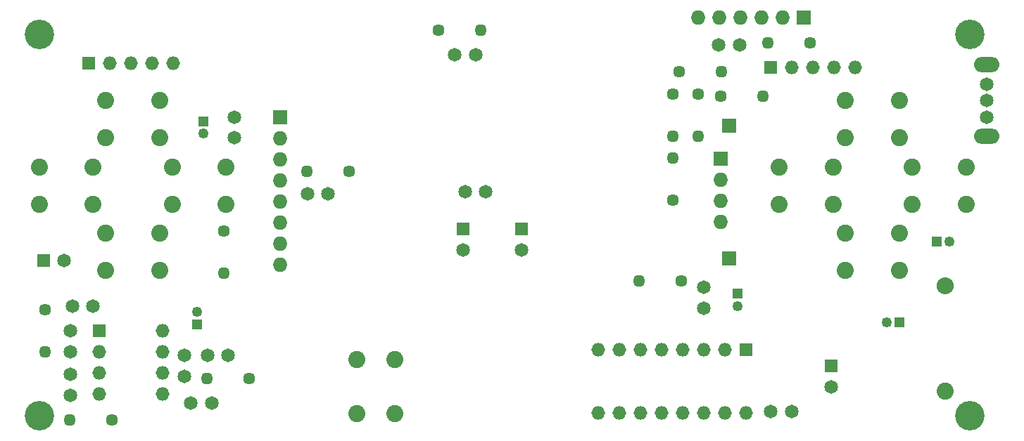
<source format=gbr>
G04 #@! TF.FileFunction,Soldermask,Bot*
%FSLAX46Y46*%
G04 Gerber Fmt 4.6, Leading zero omitted, Abs format (unit mm)*
G04 Created by KiCad (PCBNEW 4.0.4-snap1-stable) date Wed Jun 19 19:26:08 2019*
%MOMM*%
%LPD*%
G01*
G04 APERTURE LIST*
%ADD10C,0.150000*%
%ADD11R,1.650000X1.650000*%
%ADD12C,1.650000*%
%ADD13R,1.750000X1.750000*%
%ADD14O,1.750000X1.750000*%
%ADD15R,1.250000X1.250000*%
%ADD16C,1.250000*%
%ADD17C,2.050000*%
%ADD18O,2.050000X2.050000*%
%ADD19O,3.050000X1.850000*%
%ADD20C,1.450000*%
%ADD21O,1.450000X1.450000*%
%ADD22O,1.650000X1.650000*%
%ADD23C,3.550000*%
G04 APERTURE END LIST*
D10*
D11*
X145000000Y-96500000D03*
D12*
X145000000Y-99000000D03*
X111500000Y-111750000D03*
X111500000Y-114250000D03*
D13*
X177000000Y-84000000D03*
X177000000Y-100000000D03*
X186000000Y-71000000D03*
D14*
X183460000Y-71000000D03*
X180920000Y-71000000D03*
X178380000Y-71000000D03*
X175840000Y-71000000D03*
X173300000Y-71000000D03*
D11*
X152000000Y-96500000D03*
D12*
X152000000Y-99000000D03*
D15*
X197500000Y-107750000D03*
D16*
X196000000Y-107750000D03*
D12*
X145250000Y-92000000D03*
X147750000Y-92000000D03*
D15*
X202000000Y-98000000D03*
D16*
X203500000Y-98000000D03*
D17*
X203000000Y-116000000D03*
D18*
X203000000Y-103300000D03*
D19*
X208000000Y-85300000D03*
X208000000Y-76700000D03*
D12*
X208000000Y-83000000D03*
X208000000Y-79000000D03*
X208000000Y-81000000D03*
D20*
X186750000Y-74000000D03*
D21*
X181670000Y-74000000D03*
D12*
X178250000Y-74250000D03*
X175750000Y-74250000D03*
D20*
X171000000Y-77500000D03*
D21*
X176080000Y-77500000D03*
D20*
X176000000Y-80500000D03*
D21*
X181080000Y-80500000D03*
D20*
X142000000Y-72500000D03*
D21*
X147080000Y-72500000D03*
D11*
X189250000Y-113000000D03*
D12*
X189250000Y-115500000D03*
X117500000Y-85500000D03*
X117500000Y-83000000D03*
D20*
X170250000Y-93000000D03*
D21*
X170250000Y-87920000D03*
D20*
X173250000Y-80250000D03*
D21*
X173250000Y-85330000D03*
D20*
X170250000Y-80250000D03*
D21*
X170250000Y-85330000D03*
D12*
X144000000Y-75500000D03*
X146500000Y-75500000D03*
D15*
X178000000Y-104250000D03*
D16*
X178000000Y-105750000D03*
D12*
X174000000Y-106000000D03*
X174000000Y-103500000D03*
D20*
X171250000Y-102750000D03*
D21*
X166170000Y-102750000D03*
D12*
X97750000Y-108750000D03*
X97750000Y-111250000D03*
D20*
X94750000Y-106250000D03*
D21*
X94750000Y-111330000D03*
D11*
X94500000Y-100250000D03*
D12*
X97000000Y-100250000D03*
X98000000Y-105750000D03*
X100500000Y-105750000D03*
X97750000Y-114000000D03*
X97750000Y-116500000D03*
D20*
X102750000Y-119500000D03*
D21*
X97670000Y-119500000D03*
D12*
X114750000Y-117500000D03*
X112250000Y-117500000D03*
D20*
X119250000Y-114500000D03*
D21*
X114170000Y-114500000D03*
D12*
X114250000Y-111750000D03*
X116750000Y-111750000D03*
D15*
X113000000Y-108000000D03*
D16*
X113000000Y-106500000D03*
D11*
X101250000Y-108750000D03*
D22*
X108870000Y-116370000D03*
X101250000Y-111290000D03*
X108870000Y-113830000D03*
X101250000Y-113830000D03*
X108870000Y-111290000D03*
X101250000Y-116370000D03*
X108870000Y-108750000D03*
D13*
X176000000Y-88000000D03*
D14*
X176000000Y-90540000D03*
X176000000Y-93080000D03*
X176000000Y-95620000D03*
D11*
X100000000Y-76500000D03*
D22*
X102540000Y-76500000D03*
X105080000Y-76500000D03*
X107620000Y-76500000D03*
X110160000Y-76500000D03*
D11*
X182000000Y-77000000D03*
D22*
X184540000Y-77000000D03*
X187080000Y-77000000D03*
X189620000Y-77000000D03*
X192160000Y-77000000D03*
D17*
X102000000Y-85500000D03*
X102000000Y-81000000D03*
X108500000Y-85500000D03*
X108500000Y-81000000D03*
X110000000Y-93500000D03*
X110000000Y-89000000D03*
X116500000Y-93500000D03*
X116500000Y-89000000D03*
X94000000Y-93500000D03*
X94000000Y-89000000D03*
X100500000Y-93500000D03*
X100500000Y-89000000D03*
X102000000Y-101500000D03*
X102000000Y-97000000D03*
X108500000Y-101500000D03*
X108500000Y-97000000D03*
X191000000Y-101500000D03*
X191000000Y-97000000D03*
X197500000Y-101500000D03*
X197500000Y-97000000D03*
X199000000Y-93500000D03*
X199000000Y-89000000D03*
X205500000Y-93500000D03*
X205500000Y-89000000D03*
X191000000Y-85500000D03*
X191000000Y-81000000D03*
X197500000Y-85500000D03*
X197500000Y-81000000D03*
X183000000Y-93500000D03*
X183000000Y-89000000D03*
X189500000Y-93500000D03*
X189500000Y-89000000D03*
X136750000Y-118750000D03*
X132250000Y-118750000D03*
X136750000Y-112250000D03*
X132250000Y-112250000D03*
D12*
X184500000Y-118500000D03*
X182000000Y-118500000D03*
D11*
X179000000Y-111000000D03*
D22*
X161220000Y-118620000D03*
X176460000Y-111000000D03*
X163760000Y-118620000D03*
X173920000Y-111000000D03*
X166300000Y-118620000D03*
X171380000Y-111000000D03*
X168840000Y-118620000D03*
X168840000Y-111000000D03*
X171380000Y-118620000D03*
X166300000Y-111000000D03*
X173920000Y-118620000D03*
X163760000Y-111000000D03*
X176460000Y-118620000D03*
X161220000Y-111000000D03*
X179000000Y-118620000D03*
D20*
X116250000Y-96750000D03*
D21*
X116250000Y-101830000D03*
D20*
X131250000Y-89500000D03*
D21*
X126170000Y-89500000D03*
D12*
X128750000Y-92250000D03*
X126250000Y-92250000D03*
D15*
X113750000Y-83500000D03*
D16*
X113750000Y-85000000D03*
D13*
X123000000Y-83000000D03*
D14*
X123000000Y-85540000D03*
X123000000Y-88080000D03*
X123000000Y-90620000D03*
X123000000Y-93160000D03*
X123000000Y-95700000D03*
X123000000Y-98240000D03*
X123000000Y-100780000D03*
D23*
X94000000Y-73000000D03*
X94000000Y-119000000D03*
X206000000Y-73000000D03*
X206000000Y-119000000D03*
M02*

</source>
